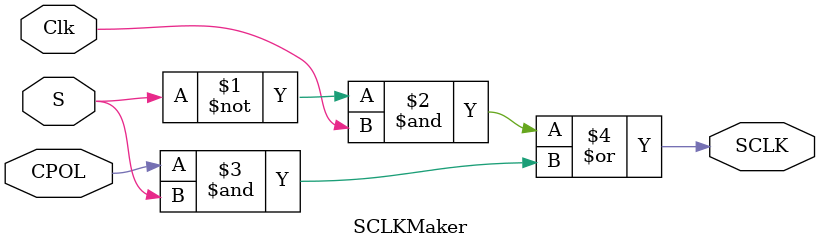
<source format=v>
/*	
Anthony De Caria - October 31, 2013

This module takes the SPI inputs CPOL as well as a Clk signal and a toggle signal S
and creates a SCLK signal.

Idling is triggered by S, if S = 1 then the signal is idle.
Where to idle is controlled by CPOL. If CPOL = 0, then the SCLK should idle in 0 and vice versa.

As such:
	If CPOL = 0, S = 0 and Clk = 0; SCLK = 0
	If CPOL = 0, S = 0 and Clk = 1; SCLK = 1
	If CPOL = 0, S = 1 and Clk = 0; SCLK = 0
	If CPOL = 0, S = 1 and Clk = 1; SCLK = 0
	If CPOL = 1, S = 0 and Clk = 0; SCLK = 0
	If CPOL = 1, S = 0 and Clk = 1; SCLK = 1
	If CPOL = 1, S = 1 and Clk = 0; SCLK = 1
	If CPOL = 1, S = 1 and Clk = 1; SCLK = 1
*/

module SCLKMaker(Clk, S, CPOL, SCLK);
	//Define the inputs and outputs
	input Clk;
	input S;
	input CPOL;
	
	output SCLK;
	
	//Create SCLK
	assign SCLK = (~S & Clk) | (CPOL & S);
	
endmodule

</source>
